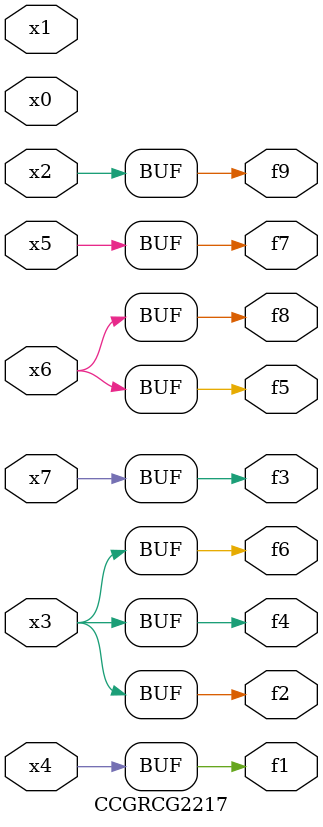
<source format=v>
module CCGRCG2217(
	input x0, x1, x2, x3, x4, x5, x6, x7,
	output f1, f2, f3, f4, f5, f6, f7, f8, f9
);
	assign f1 = x4;
	assign f2 = x3;
	assign f3 = x7;
	assign f4 = x3;
	assign f5 = x6;
	assign f6 = x3;
	assign f7 = x5;
	assign f8 = x6;
	assign f9 = x2;
endmodule

</source>
